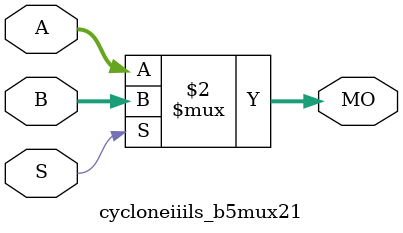
<source format=v>
module cycloneiiils_b5mux21 (MO, A, B, S);
   input [4:0] A, B;
   input       S;
   output [4:0] MO; 
   assign MO = (S == 1) ? B : A; 
endmodule
</source>
